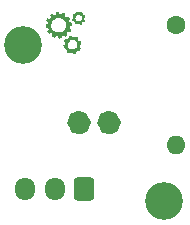
<source format=gts>
G04 #@! TF.GenerationSoftware,KiCad,Pcbnew,6.0.4-6f826c9f35~116~ubuntu20.04.1*
G04 #@! TF.CreationDate,2022-05-16T21:54:43-06:00*
G04 #@! TF.ProjectId,phototransistor-circuit,70686f74-6f74-4726-916e-736973746f72,rev?*
G04 #@! TF.SameCoordinates,Original*
G04 #@! TF.FileFunction,Soldermask,Top*
G04 #@! TF.FilePolarity,Negative*
%FSLAX46Y46*%
G04 Gerber Fmt 4.6, Leading zero omitted, Abs format (unit mm)*
G04 Created by KiCad (PCBNEW 6.0.4-6f826c9f35~116~ubuntu20.04.1) date 2022-05-16 21:54:43*
%MOMM*%
%LPD*%
G01*
G04 APERTURE LIST*
G04 Aperture macros list*
%AMRoundRect*
0 Rectangle with rounded corners*
0 $1 Rounding radius*
0 $2 $3 $4 $5 $6 $7 $8 $9 X,Y pos of 4 corners*
0 Add a 4 corners polygon primitive as box body*
4,1,4,$2,$3,$4,$5,$6,$7,$8,$9,$2,$3,0*
0 Add four circle primitives for the rounded corners*
1,1,$1+$1,$2,$3*
1,1,$1+$1,$4,$5*
1,1,$1+$1,$6,$7*
1,1,$1+$1,$8,$9*
0 Add four rect primitives between the rounded corners*
20,1,$1+$1,$2,$3,$4,$5,0*
20,1,$1+$1,$4,$5,$6,$7,0*
20,1,$1+$1,$6,$7,$8,$9,0*
20,1,$1+$1,$8,$9,$2,$3,0*%
G04 Aperture macros list end*
%ADD10C,1.000000*%
%ADD11C,3.200000*%
%ADD12RoundRect,0.250000X0.600000X0.725000X-0.600000X0.725000X-0.600000X-0.725000X0.600000X-0.725000X0*%
%ADD13O,1.700000X1.950000*%
%ADD14C,1.600000*%
%ADD15O,1.600000X1.600000*%
G04 APERTURE END LIST*
D10*
X90670000Y-78740000D02*
G75*
G03*
X90670000Y-78740000I-500000J0D01*
G01*
X88130000Y-78740000D02*
G75*
G03*
X88130000Y-78740000I-500000J0D01*
G01*
G36*
X84891059Y-70409807D02*
G01*
X84985966Y-70377092D01*
X84996483Y-70328054D01*
X85005021Y-70282818D01*
X85006412Y-70251160D01*
X84999001Y-70227427D01*
X84981132Y-70205967D01*
X84954171Y-70183477D01*
X84923153Y-70156091D01*
X84896372Y-70126975D01*
X84882276Y-70106812D01*
X84863209Y-70071406D01*
X84901525Y-69985415D01*
X84918770Y-69947707D01*
X84933389Y-69917564D01*
X84943282Y-69899231D01*
X84945921Y-69895735D01*
X84957752Y-69895912D01*
X84984604Y-69899395D01*
X85021896Y-69905532D01*
X85047000Y-69910144D01*
X85088213Y-69917251D01*
X85121641Y-69921617D01*
X85142741Y-69922724D01*
X85147584Y-69921621D01*
X85156268Y-69911351D01*
X85174421Y-69889899D01*
X85198590Y-69861346D01*
X85206305Y-69852231D01*
X85259443Y-69789463D01*
X85223680Y-69697231D01*
X85187916Y-69605000D01*
X85214958Y-69582530D01*
X85238144Y-69564457D01*
X85269896Y-69541154D01*
X85294491Y-69523818D01*
X85346982Y-69487576D01*
X85389491Y-69523005D01*
X85421748Y-69549942D01*
X85454510Y-69577378D01*
X85467000Y-69587865D01*
X85502000Y-69617296D01*
X85587000Y-69585050D01*
X85672000Y-69552805D01*
X85687000Y-69457080D01*
X85693907Y-69415655D01*
X85700259Y-69382266D01*
X85705152Y-69361442D01*
X85707000Y-69356872D01*
X85718515Y-69354260D01*
X85745372Y-69350908D01*
X85782953Y-69347343D01*
X85807773Y-69345391D01*
X85903547Y-69338392D01*
X85929171Y-69396696D01*
X85945080Y-69434571D01*
X85959278Y-69471207D01*
X85966361Y-69491554D01*
X85973548Y-69511107D01*
X85983125Y-69523084D01*
X86000266Y-69530641D01*
X86030147Y-69536933D01*
X86044963Y-69539488D01*
X86081520Y-69545982D01*
X86111589Y-69551841D01*
X86127919Y-69555606D01*
X86142209Y-69550674D01*
X86165293Y-69529544D01*
X86197707Y-69491707D01*
X86206205Y-69481010D01*
X86268571Y-69401677D01*
X86305285Y-69416987D01*
X86371282Y-69446596D01*
X86419699Y-69473332D01*
X86452524Y-69498459D01*
X86471310Y-69522420D01*
X86480188Y-69540762D01*
X86484407Y-69557809D01*
X86484138Y-69579353D01*
X86479554Y-69611185D01*
X86474752Y-69637917D01*
X86459771Y-69719206D01*
X86552241Y-69797178D01*
X86637120Y-69764225D01*
X86675854Y-69749556D01*
X86707921Y-69738093D01*
X86728479Y-69731537D01*
X86732748Y-69730636D01*
X86742622Y-69738126D01*
X86760696Y-69758746D01*
X86784276Y-69788857D01*
X86810664Y-69824818D01*
X86837164Y-69862990D01*
X86861080Y-69899734D01*
X86874292Y-69921699D01*
X86895380Y-69958398D01*
X86830403Y-70034248D01*
X86765425Y-70110098D01*
X86781794Y-70159382D01*
X86788952Y-70180728D01*
X86796084Y-70195535D01*
X86806831Y-70205687D01*
X86824836Y-70213071D01*
X86853740Y-70219571D01*
X86897184Y-70227072D01*
X86919851Y-70230842D01*
X86956355Y-70237659D01*
X86978731Y-70245021D01*
X86992679Y-70256079D01*
X87003899Y-70273983D01*
X87006294Y-70278616D01*
X87017228Y-70309897D01*
X87026727Y-70356004D01*
X87033727Y-70411768D01*
X87033744Y-70411951D01*
X87042604Y-70508846D01*
X86947417Y-70542867D01*
X86852231Y-70576888D01*
X86845036Y-70620944D01*
X86839301Y-70655133D01*
X86833945Y-70685635D01*
X86832801Y-70691846D01*
X86832225Y-70707448D01*
X86838991Y-70722301D01*
X86856069Y-70740511D01*
X86886429Y-70766183D01*
X86886839Y-70766515D01*
X86918402Y-70795076D01*
X86945184Y-70824669D01*
X86961567Y-70849058D01*
X86961915Y-70849811D01*
X86968972Y-70866846D01*
X86971628Y-70881489D01*
X86968918Y-70898496D01*
X86959875Y-70922622D01*
X86943534Y-70958624D01*
X86936974Y-70972642D01*
X86918781Y-71009965D01*
X86903183Y-71039218D01*
X86892339Y-71056488D01*
X86889018Y-71059471D01*
X86876710Y-71057448D01*
X86849516Y-71052460D01*
X86812180Y-71045385D01*
X86790126Y-71041134D01*
X86698253Y-71023325D01*
X86642626Y-71090942D01*
X86617622Y-71122303D01*
X86598443Y-71148197D01*
X86588042Y-71164558D01*
X86587000Y-71167558D01*
X86590453Y-71180293D01*
X86599711Y-71206938D01*
X86613120Y-71242846D01*
X86621012Y-71263194D01*
X86655025Y-71349831D01*
X86585423Y-71400455D01*
X86552173Y-71424137D01*
X86524110Y-71443210D01*
X86505863Y-71454561D01*
X86502663Y-71456129D01*
X86489867Y-71452153D01*
X86466269Y-71437330D01*
X86435824Y-71414317D01*
X86416845Y-71398487D01*
X86344186Y-71335795D01*
X86172000Y-71396647D01*
X86155734Y-71493755D01*
X86148473Y-71535322D01*
X86142066Y-71568768D01*
X86137392Y-71589671D01*
X86135734Y-71594407D01*
X86124798Y-71596613D01*
X86098420Y-71599663D01*
X86061114Y-71603077D01*
X86035280Y-71605106D01*
X85938560Y-71612261D01*
X85919150Y-71573630D01*
X85904373Y-71540641D01*
X85888877Y-71500719D01*
X85882330Y-71481786D01*
X85873372Y-71455108D01*
X85864716Y-71437628D01*
X85852038Y-71426448D01*
X85831014Y-71418666D01*
X85797319Y-71411381D01*
X85769473Y-71406091D01*
X85696947Y-71392313D01*
X85636007Y-71468656D01*
X85609414Y-71501186D01*
X85587269Y-71526816D01*
X85572573Y-71542151D01*
X85568533Y-71545000D01*
X85557117Y-71541166D01*
X85531862Y-71530874D01*
X85497140Y-71515939D01*
X85475770Y-71506484D01*
X85432021Y-71485846D01*
X85402698Y-71468701D01*
X85383355Y-71451921D01*
X85369543Y-71432380D01*
X85369012Y-71431442D01*
X85357933Y-71409645D01*
X85353565Y-71391136D01*
X85355398Y-71368297D01*
X85362585Y-71334957D01*
X85370234Y-71298921D01*
X85375420Y-71267789D01*
X85376843Y-71252359D01*
X85369316Y-71231626D01*
X85350198Y-71206468D01*
X85325026Y-71182783D01*
X85299338Y-71166468D01*
X85294385Y-71164526D01*
X85277565Y-71165256D01*
X85247552Y-71172256D01*
X85209645Y-71184179D01*
X85191970Y-71190585D01*
X85148128Y-71206197D01*
X85119001Y-71214007D01*
X85101206Y-71214727D01*
X85093526Y-71211267D01*
X85078180Y-71194676D01*
X85057287Y-71167019D01*
X85033304Y-71132208D01*
X85008692Y-71094154D01*
X84985907Y-71056769D01*
X84967409Y-71023964D01*
X84955655Y-70999650D01*
X84953072Y-70987792D01*
X84962839Y-70974858D01*
X84982415Y-70951254D01*
X85008264Y-70921203D01*
X85019859Y-70907994D01*
X85079032Y-70840989D01*
X85061241Y-70792994D01*
X85050806Y-70765223D01*
X85043534Y-70746579D01*
X85041639Y-70742247D01*
X85031652Y-70739528D01*
X85006512Y-70734612D01*
X84970830Y-70728373D01*
X84953782Y-70725565D01*
X84913684Y-70718554D01*
X84880882Y-70711859D01*
X84860620Y-70706586D01*
X84857297Y-70705184D01*
X84839625Y-70684420D01*
X84824852Y-70647949D01*
X84814555Y-70600017D01*
X84812674Y-70584989D01*
X84808169Y-70543795D01*
X84803564Y-70503412D01*
X84801220Y-70483760D01*
X84797522Y-70453670D01*
X85281283Y-70453670D01*
X85281572Y-70555054D01*
X85299233Y-70655419D01*
X85335166Y-70752573D01*
X85337696Y-70757791D01*
X85384065Y-70831613D01*
X85446794Y-70900693D01*
X85522366Y-70962542D01*
X85607270Y-71014668D01*
X85697989Y-71054578D01*
X85791010Y-71079782D01*
X85792194Y-71079997D01*
X85841426Y-71084998D01*
X85902193Y-71085520D01*
X85966714Y-71081995D01*
X86027206Y-71074853D01*
X86075886Y-71064527D01*
X86077000Y-71064198D01*
X86182834Y-71022718D01*
X86277809Y-70965729D01*
X86360597Y-70894984D01*
X86429870Y-70812238D01*
X86484303Y-70719244D01*
X86522569Y-70617758D01*
X86543339Y-70509533D01*
X86546852Y-70442992D01*
X86540109Y-70340736D01*
X86518676Y-70250013D01*
X86481341Y-70167576D01*
X86426890Y-70090176D01*
X86406044Y-70066370D01*
X86322792Y-69989716D01*
X86229913Y-69929734D01*
X86129543Y-69886922D01*
X86023820Y-69861778D01*
X85914880Y-69854800D01*
X85804859Y-69866485D01*
X85695895Y-69897332D01*
X85690090Y-69899550D01*
X85593972Y-69946698D01*
X85508926Y-70008170D01*
X85435852Y-70081774D01*
X85375651Y-70165318D01*
X85329223Y-70256610D01*
X85297467Y-70353458D01*
X85281283Y-70453670D01*
X84797522Y-70453670D01*
X84796152Y-70442521D01*
X84891059Y-70409807D01*
G37*
G36*
X87126873Y-69857339D02*
G01*
X87130504Y-69829210D01*
X87133396Y-69795416D01*
X87131590Y-69772840D01*
X87122559Y-69753450D01*
X87103774Y-69729214D01*
X87096201Y-69720203D01*
X87055543Y-69671985D01*
X87093771Y-69601180D01*
X87112685Y-69566543D01*
X87127412Y-69545486D01*
X87143277Y-69535697D01*
X87165608Y-69534863D01*
X87199731Y-69540670D01*
X87222521Y-69545270D01*
X87244300Y-69540533D01*
X87276397Y-69519430D01*
X87295021Y-69503918D01*
X87322484Y-69479071D01*
X87338037Y-69460686D01*
X87345059Y-69442336D01*
X87346934Y-69417594D01*
X87347000Y-69405128D01*
X87347000Y-69351807D01*
X87421722Y-69326684D01*
X87496444Y-69301560D01*
X87537653Y-69350780D01*
X87560653Y-69377358D01*
X87578125Y-69392080D01*
X87597351Y-69398449D01*
X87625615Y-69399966D01*
X87640009Y-69400000D01*
X87675330Y-69399009D01*
X87698762Y-69394008D01*
X87718392Y-69381956D01*
X87739479Y-69362578D01*
X87777802Y-69325157D01*
X87852640Y-69363682D01*
X87888200Y-69383358D01*
X87916898Y-69401774D01*
X87933880Y-69415731D01*
X87935981Y-69418604D01*
X87939529Y-69437385D01*
X87939388Y-69467705D01*
X87937345Y-69488977D01*
X87934080Y-69521552D01*
X87936559Y-69542844D01*
X87946920Y-69561244D01*
X87959639Y-69576477D01*
X87979699Y-69596666D01*
X87999092Y-69606609D01*
X88026391Y-69609816D01*
X88041486Y-69610000D01*
X88073562Y-69611772D01*
X88096886Y-69619245D01*
X88114591Y-69635656D01*
X88129810Y-69664242D01*
X88145678Y-69708237D01*
X88150190Y-69722264D01*
X88174683Y-69799393D01*
X88138341Y-69826188D01*
X88106161Y-69851933D01*
X88087640Y-69874271D01*
X88079135Y-69899829D01*
X88077004Y-69935237D01*
X88077000Y-69937821D01*
X88078849Y-69972924D01*
X88086898Y-69998346D01*
X88104898Y-70024255D01*
X88112000Y-70032710D01*
X88131609Y-70057303D01*
X88144310Y-70076463D01*
X88147000Y-70083338D01*
X88142409Y-70096329D01*
X88130322Y-70121418D01*
X88113262Y-70153395D01*
X88111618Y-70156345D01*
X88076237Y-70219613D01*
X88018975Y-70213628D01*
X87985667Y-70211031D01*
X87963210Y-70213720D01*
X87942924Y-70224365D01*
X87916856Y-70245028D01*
X87891570Y-70267485D01*
X87877510Y-70286420D01*
X87870602Y-70309838D01*
X87867000Y-70342960D01*
X87862000Y-70403506D01*
X87787000Y-70426563D01*
X87751747Y-70437398D01*
X87725199Y-70445551D01*
X87711979Y-70449604D01*
X87711298Y-70449810D01*
X87705257Y-70442925D01*
X87690712Y-70425227D01*
X87681298Y-70413582D01*
X87662423Y-70389741D01*
X87648791Y-70371837D01*
X87645760Y-70367531D01*
X87633225Y-70361820D01*
X87606717Y-70356468D01*
X87575760Y-70352982D01*
X87540676Y-70350846D01*
X87518416Y-70352700D01*
X87501880Y-70360789D01*
X87483968Y-70377357D01*
X87477538Y-70384032D01*
X87454966Y-70404955D01*
X87436114Y-70417925D01*
X87429639Y-70420000D01*
X87409801Y-70414813D01*
X87379434Y-70401280D01*
X87344453Y-70382442D01*
X87310772Y-70361342D01*
X87298363Y-70352482D01*
X87279689Y-70337475D01*
X87270317Y-70324009D01*
X87268053Y-70305276D01*
X87270702Y-70274467D01*
X87271351Y-70268701D01*
X87274275Y-70234280D01*
X87272106Y-70211557D01*
X87263012Y-70192498D01*
X87249987Y-70175077D01*
X87232330Y-70154992D01*
X87215707Y-70144518D01*
X87192591Y-70140558D01*
X87164730Y-70140000D01*
X87134405Y-70138915D01*
X87112589Y-70133528D01*
X87096263Y-70120642D01*
X87082405Y-70097058D01*
X87067996Y-70059577D01*
X87056692Y-70025600D01*
X87034105Y-69956201D01*
X87073052Y-69923249D01*
X87096378Y-69904413D01*
X87113277Y-69892414D01*
X87118075Y-69890148D01*
X87118951Y-69888208D01*
X87325819Y-69888208D01*
X87328663Y-69935823D01*
X87336007Y-69977840D01*
X87342027Y-69996674D01*
X87374814Y-70050936D01*
X87422555Y-70097061D01*
X87480628Y-70131013D01*
X87506935Y-70140656D01*
X87548178Y-70147615D01*
X87599127Y-70148439D01*
X87650556Y-70143451D01*
X87689663Y-70134248D01*
X87744258Y-70106515D01*
X87795341Y-70063789D01*
X87837586Y-70010994D01*
X87853497Y-69982834D01*
X87874982Y-69919608D01*
X87881204Y-69852917D01*
X87872813Y-69787385D01*
X87850457Y-69727636D01*
X87814787Y-69678293D01*
X87810095Y-69673714D01*
X87752953Y-69632992D01*
X87687746Y-69608385D01*
X87618287Y-69599920D01*
X87548388Y-69607621D01*
X87481862Y-69631516D01*
X87423116Y-69671106D01*
X87372712Y-69727513D01*
X87340561Y-69792062D01*
X87326522Y-69865065D01*
X87325819Y-69888208D01*
X87118951Y-69888208D01*
X87122206Y-69881000D01*
X87126873Y-69857339D01*
G37*
G36*
X86358805Y-72144486D02*
G01*
X86394438Y-72120960D01*
X86418550Y-72101920D01*
X86433753Y-72084138D01*
X86442656Y-72064384D01*
X86447868Y-72039430D01*
X86452001Y-72006047D01*
X86452975Y-71997672D01*
X86455896Y-71963913D01*
X86453334Y-71941279D01*
X86443172Y-71921178D01*
X86429677Y-71903089D01*
X86407715Y-71872828D01*
X86388727Y-71842863D01*
X86384118Y-71834444D01*
X86377543Y-71820248D01*
X86375416Y-71807604D01*
X86379088Y-71792446D01*
X86389912Y-71770704D01*
X86409240Y-71738311D01*
X86424009Y-71714444D01*
X86447131Y-71677310D01*
X86466127Y-71647033D01*
X86478673Y-71627301D01*
X86482455Y-71621638D01*
X86492871Y-71622064D01*
X86517852Y-71626210D01*
X86552491Y-71633233D01*
X86561429Y-71635194D01*
X86637469Y-71652112D01*
X86689734Y-71615691D01*
X86720268Y-71594252D01*
X86746280Y-71575706D01*
X86759608Y-71565953D01*
X86771968Y-71547240D01*
X86781612Y-71511073D01*
X86786325Y-71480101D01*
X86791846Y-71443642D01*
X86797900Y-71415222D01*
X86803262Y-71400485D01*
X86803716Y-71399978D01*
X86816914Y-71394324D01*
X86844250Y-71386303D01*
X86880255Y-71377489D01*
X86887000Y-71375991D01*
X86926170Y-71367303D01*
X86959858Y-71359610D01*
X86981419Y-71354434D01*
X86982847Y-71354062D01*
X86995574Y-71354145D01*
X87009127Y-71363430D01*
X87026604Y-71384849D01*
X87046602Y-71414390D01*
X87071592Y-71449142D01*
X87094115Y-71473913D01*
X87110697Y-71484883D01*
X87110755Y-71484896D01*
X87131728Y-71489019D01*
X87164566Y-71494996D01*
X87194930Y-71500290D01*
X87257861Y-71511036D01*
X87320147Y-71461474D01*
X87382432Y-71411912D01*
X87474223Y-71468456D01*
X87521473Y-71498725D01*
X87553244Y-71523549D01*
X87571701Y-71546905D01*
X87579006Y-71572771D01*
X87577323Y-71605124D01*
X87569700Y-71644012D01*
X87554597Y-71711338D01*
X87591686Y-71765189D01*
X87613356Y-71794896D01*
X87630761Y-71811884D01*
X87650024Y-71820527D01*
X87675387Y-71824960D01*
X87719793Y-71830303D01*
X87751767Y-71835236D01*
X87774065Y-71842751D01*
X87789444Y-71855841D01*
X87800662Y-71877497D01*
X87810475Y-71910714D01*
X87821639Y-71958482D01*
X87829366Y-71992085D01*
X87854359Y-72099170D01*
X87722131Y-72185000D01*
X87708957Y-72258634D01*
X87695782Y-72332268D01*
X87735867Y-72379807D01*
X87762486Y-72413220D01*
X87777923Y-72440264D01*
X87782100Y-72465652D01*
X87774939Y-72494098D01*
X87756362Y-72530316D01*
X87732746Y-72568816D01*
X87676433Y-72658064D01*
X87619216Y-72644388D01*
X87572997Y-72634690D01*
X87538688Y-72632632D01*
X87509184Y-72639657D01*
X87477377Y-72657208D01*
X87445743Y-72679618D01*
X87379486Y-72728543D01*
X87372387Y-72804295D01*
X87368311Y-72842891D01*
X87363799Y-72866058D01*
X87356988Y-72878314D01*
X87346012Y-72884179D01*
X87338644Y-72886068D01*
X87314339Y-72891658D01*
X87279428Y-72899800D01*
X87252000Y-72906249D01*
X87216916Y-72914488D01*
X87187760Y-72921265D01*
X87173929Y-72924417D01*
X87160696Y-72921314D01*
X87143759Y-72905180D01*
X87121000Y-72873826D01*
X87112732Y-72861142D01*
X87069604Y-72793859D01*
X86987305Y-72781260D01*
X86950488Y-72775794D01*
X86923598Y-72773786D01*
X86901693Y-72776875D01*
X86879830Y-72786704D01*
X86853068Y-72804911D01*
X86816464Y-72833138D01*
X86805748Y-72841521D01*
X86793342Y-72850690D01*
X86782191Y-72855292D01*
X86768919Y-72854177D01*
X86750151Y-72846190D01*
X86722512Y-72830181D01*
X86682625Y-72804996D01*
X86664205Y-72793197D01*
X86622195Y-72764007D01*
X86596135Y-72738133D01*
X86583781Y-72710589D01*
X86582888Y-72676386D01*
X86591142Y-72630843D01*
X86606118Y-72565184D01*
X86569708Y-72512318D01*
X86550573Y-72485813D01*
X86533718Y-72468549D01*
X86513845Y-72457888D01*
X86485656Y-72451192D01*
X86443851Y-72445823D01*
X86433952Y-72444737D01*
X86400212Y-72439969D01*
X86380751Y-72433141D01*
X86369860Y-72421505D01*
X86365315Y-72411712D01*
X86359010Y-72392206D01*
X86350329Y-72360714D01*
X86340361Y-72321803D01*
X86330194Y-72280038D01*
X86320918Y-72239987D01*
X86313622Y-72206214D01*
X86309393Y-72183288D01*
X86309169Y-72178456D01*
X86662757Y-72178456D01*
X86676805Y-72260312D01*
X86709711Y-72335675D01*
X86761333Y-72404089D01*
X86766525Y-72409513D01*
X86835080Y-72466253D01*
X86913129Y-72507083D01*
X86997378Y-72531068D01*
X87084536Y-72537272D01*
X87171310Y-72524759D01*
X87171650Y-72524670D01*
X87255133Y-72493674D01*
X87328155Y-72448271D01*
X87389498Y-72390834D01*
X87437946Y-72323738D01*
X87472283Y-72249356D01*
X87491294Y-72170062D01*
X87493762Y-72088229D01*
X87478470Y-72006230D01*
X87461086Y-71959757D01*
X87423743Y-71898197D01*
X87370478Y-71841006D01*
X87305361Y-71792079D01*
X87259585Y-71767014D01*
X87227184Y-71752393D01*
X87200301Y-71743051D01*
X87172632Y-71737817D01*
X87137875Y-71735523D01*
X87089728Y-71735000D01*
X87087000Y-71735000D01*
X87038059Y-71735467D01*
X87002808Y-71737651D01*
X86974945Y-71742718D01*
X86948167Y-71751839D01*
X86916172Y-71766183D01*
X86914414Y-71767014D01*
X86833860Y-71815516D01*
X86767128Y-71877395D01*
X86715585Y-71950857D01*
X86680599Y-72034110D01*
X86667708Y-72090566D01*
X86662757Y-72178456D01*
X86309169Y-72178456D01*
X86309042Y-72175727D01*
X86358805Y-72144486D01*
G37*
D11*
X82931000Y-72136000D03*
X94869000Y-85344000D03*
D12*
X88098000Y-84311000D03*
D13*
X85598000Y-84311000D03*
X83098000Y-84311000D03*
D14*
X95885000Y-70485000D03*
D15*
X95885000Y-80645000D03*
M02*

</source>
